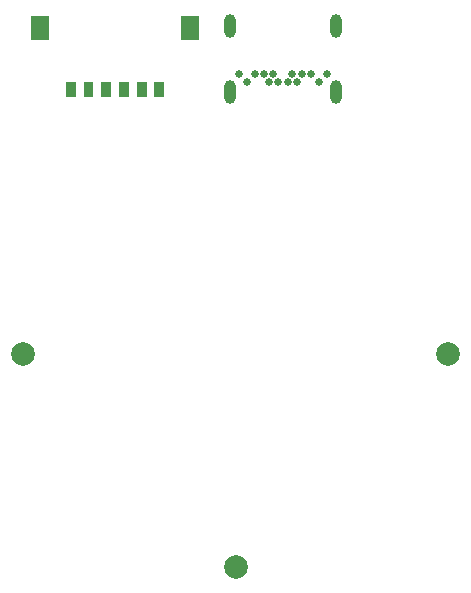
<source format=gbr>
G04 #@! TF.GenerationSoftware,KiCad,Pcbnew,(5.1.9-0-10_14)*
G04 #@! TF.CreationDate,2022-03-05T13:35:39-08:00*
G04 #@! TF.ProjectId,LED_array,4c45445f-6172-4726-9179-2e6b69636164,rev?*
G04 #@! TF.SameCoordinates,Original*
G04 #@! TF.FileFunction,Soldermask,Bot*
G04 #@! TF.FilePolarity,Negative*
%FSLAX46Y46*%
G04 Gerber Fmt 4.6, Leading zero omitted, Abs format (unit mm)*
G04 Created by KiCad (PCBNEW (5.1.9-0-10_14)) date 2022-03-05 13:35:39*
%MOMM*%
%LPD*%
G01*
G04 APERTURE LIST*
%ADD10C,0.010000*%
%ADD11C,2.000000*%
%ADD12C,0.650000*%
%ADD13O,1.000000X2.000000*%
G04 APERTURE END LIST*
D10*
G36*
X46376200Y-26923800D02*
G01*
X45623800Y-26923800D01*
X45623800Y-28076200D01*
X46376200Y-28076200D01*
X46376200Y-26923800D01*
G37*
X46376200Y-26923800D02*
X45623800Y-26923800D01*
X45623800Y-28076200D01*
X46376200Y-28076200D01*
X46376200Y-26923800D01*
G36*
X56806200Y-21333800D02*
G01*
X55403800Y-21333800D01*
X55403800Y-23286200D01*
X56806200Y-23286200D01*
X56806200Y-21333800D01*
G37*
X56806200Y-21333800D02*
X55403800Y-21333800D01*
X55403800Y-23286200D01*
X56806200Y-23286200D01*
X56806200Y-21333800D01*
G36*
X44096200Y-21333800D02*
G01*
X42693800Y-21333800D01*
X42693800Y-23286200D01*
X44096200Y-23286200D01*
X44096200Y-21333800D01*
G37*
X44096200Y-21333800D02*
X42693800Y-21333800D01*
X42693800Y-23286200D01*
X44096200Y-23286200D01*
X44096200Y-21333800D01*
G36*
X47876200Y-26923800D02*
G01*
X47123800Y-26923800D01*
X47123800Y-28076200D01*
X47876200Y-28076200D01*
X47876200Y-26923800D01*
G37*
X47876200Y-26923800D02*
X47123800Y-26923800D01*
X47123800Y-28076200D01*
X47876200Y-28076200D01*
X47876200Y-26923800D01*
G36*
X49376200Y-26923800D02*
G01*
X48623800Y-26923800D01*
X48623800Y-28076200D01*
X49376200Y-28076200D01*
X49376200Y-26923800D01*
G37*
X49376200Y-26923800D02*
X48623800Y-26923800D01*
X48623800Y-28076200D01*
X49376200Y-28076200D01*
X49376200Y-26923800D01*
G36*
X50876200Y-26923800D02*
G01*
X50123800Y-26923800D01*
X50123800Y-28076200D01*
X50876200Y-28076200D01*
X50876200Y-26923800D01*
G37*
X50876200Y-26923800D02*
X50123800Y-26923800D01*
X50123800Y-28076200D01*
X50876200Y-28076200D01*
X50876200Y-26923800D01*
G36*
X52376200Y-26923800D02*
G01*
X51623800Y-26923800D01*
X51623800Y-28076200D01*
X52376200Y-28076200D01*
X52376200Y-26923800D01*
G37*
X52376200Y-26923800D02*
X51623800Y-26923800D01*
X51623800Y-28076200D01*
X52376200Y-28076200D01*
X52376200Y-26923800D01*
G36*
X53876200Y-26923800D02*
G01*
X53123800Y-26923800D01*
X53123800Y-28076200D01*
X53876200Y-28076200D01*
X53876200Y-26923800D01*
G37*
X53876200Y-26923800D02*
X53123800Y-26923800D01*
X53123800Y-28076200D01*
X53876200Y-28076200D01*
X53876200Y-26923800D01*
D11*
X78000000Y-50000000D03*
X42000000Y-50000000D03*
X60000000Y-68000000D03*
D12*
X60950000Y-26950000D03*
X61600000Y-26250000D03*
X62400000Y-26250000D03*
X62800000Y-26950000D03*
X63200000Y-26250000D03*
X63600000Y-26950000D03*
X64400000Y-26950000D03*
X64800000Y-26250000D03*
X65200000Y-26950000D03*
X65600000Y-26250000D03*
X66400000Y-26250000D03*
X67050000Y-26950000D03*
X60275000Y-26250000D03*
X67725000Y-26250000D03*
D13*
X68500000Y-27750000D03*
X59500000Y-27750000D03*
X68500000Y-22150000D03*
X59500000Y-22150000D03*
M02*

</source>
